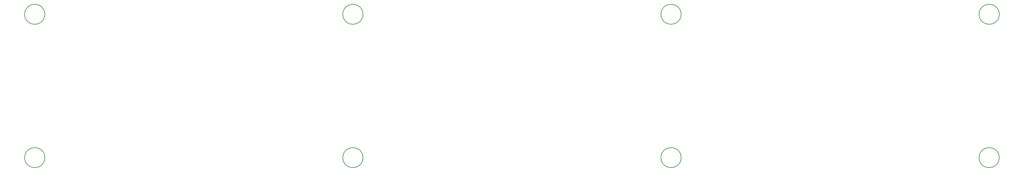
<source format=gbr>
%TF.GenerationSoftware,KiCad,Pcbnew,(6.0.9-0)*%
%TF.CreationDate,2022-11-17T19:12:12+01:00*%
%TF.ProjectId,pwr-v1,7077722d-7631-42e6-9b69-6361645f7063,rev?*%
%TF.SameCoordinates,Original*%
%TF.FileFunction,Other,Comment*%
%FSLAX46Y46*%
G04 Gerber Fmt 4.6, Leading zero omitted, Abs format (unit mm)*
G04 Created by KiCad (PCBNEW (6.0.9-0)) date 2022-11-17 19:12:12*
%MOMM*%
%LPD*%
G01*
G04 APERTURE LIST*
%ADD10C,0.150000*%
G04 APERTURE END LIST*
D10*
%TO.C,REF\u002A\u002A*%
X307800000Y-84250000D02*
G75*
G03*
X307800000Y-84250000I-2800000J0D01*
G01*
X219466666Y-44250000D02*
G75*
G03*
X219466666Y-44250000I-2800000J0D01*
G01*
X42800000Y-44250000D02*
G75*
G03*
X42800000Y-44250000I-2800000J0D01*
G01*
X131133333Y-44250000D02*
G75*
G03*
X131133333Y-44250000I-2800000J0D01*
G01*
X42800000Y-84250000D02*
G75*
G03*
X42800000Y-84250000I-2800000J0D01*
G01*
X307800000Y-44250000D02*
G75*
G03*
X307800000Y-44250000I-2800000J0D01*
G01*
X219466666Y-84250000D02*
G75*
G03*
X219466666Y-84250000I-2800000J0D01*
G01*
X131133333Y-84250000D02*
G75*
G03*
X131133333Y-84250000I-2800000J0D01*
G01*
%TD*%
M02*

</source>
